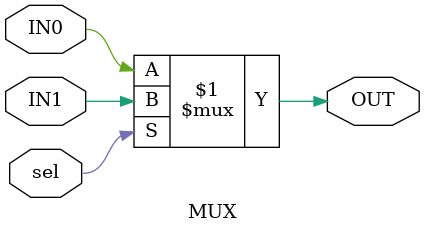
<source format=v>
module MUX  #(parameter BUS_WIDTH = 1)
(
    input   wire    [BUS_WIDTH - 1 : 0]     IN0   ,
    input   wire    [BUS_WIDTH - 1 : 0]     IN1   ,
    input   wire                            sel   ,
    output  wire    [BUS_WIDTH - 1 : 0]     OUT
);

    assign OUT = sel? IN1   :  IN0;

endmodule
</source>
